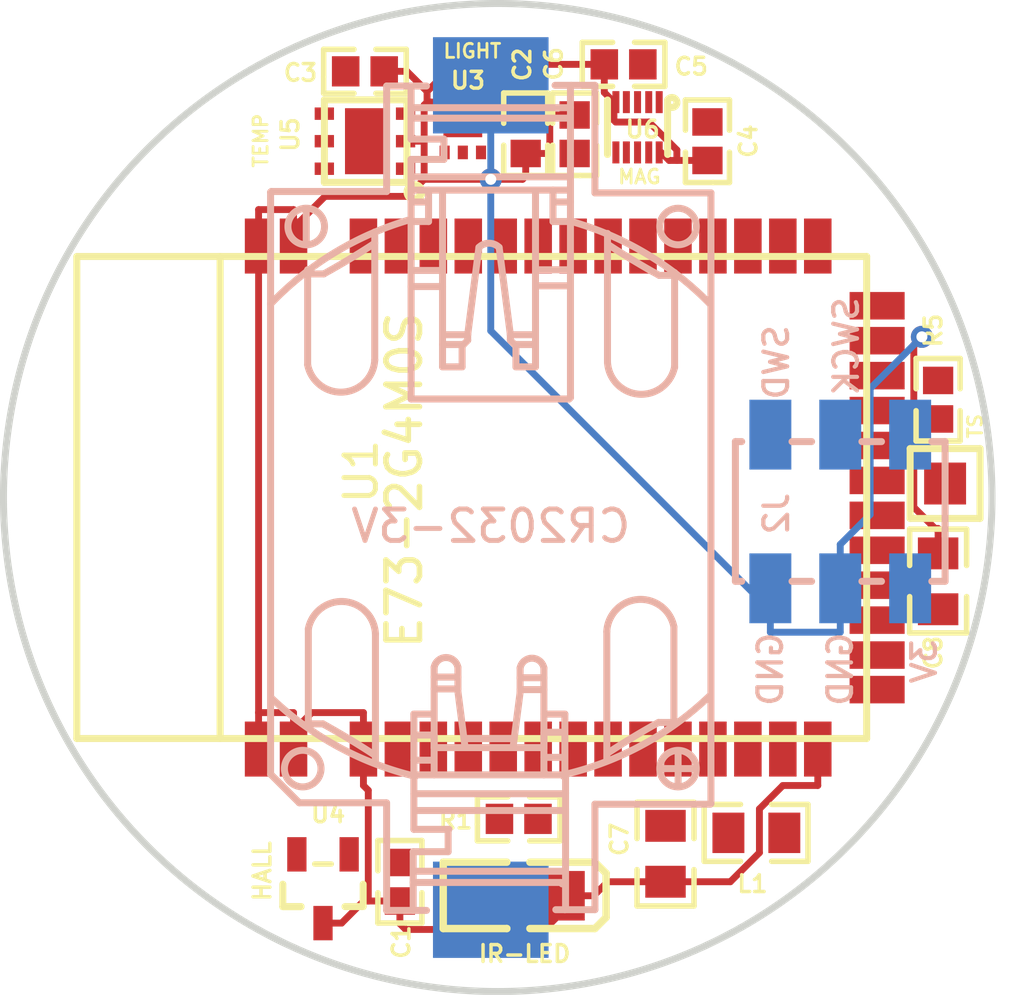
<source format=kicad_pcb>
(kicad_pcb (version 20171130) (host pcbnew "(5.1.12)-1")

  (general
    (thickness 1.6)
    (drawings 11)
    (tracks 87)
    (zones 0)
    (modules 20)
    (nets 2)
  )

  (page A4)
  (layers
    (0 F.Cu signal)
    (31 B.Cu signal)
    (32 B.Adhes user hide)
    (33 F.Adhes user hide)
    (34 B.Paste user hide)
    (35 F.Paste user hide)
    (36 B.SilkS user hide)
    (37 F.SilkS user hide)
    (38 B.Mask user hide)
    (39 F.Mask user hide)
    (40 Dwgs.User user hide)
    (41 Cmts.User user hide)
    (42 Eco1.User user hide)
    (43 Eco2.User user hide)
    (44 Edge.Cuts user)
    (45 Margin user hide)
    (46 B.CrtYd user hide)
    (47 F.CrtYd user hide)
    (48 B.Fab user hide)
    (49 F.Fab user hide)
  )

  (setup
    (last_trace_width 0.25)
    (trace_clearance 0.2)
    (zone_clearance 0.254)
    (zone_45_only no)
    (trace_min 0.2)
    (via_size 0.8)
    (via_drill 0.4)
    (via_min_size 0.4)
    (via_min_drill 0.3)
    (uvia_size 0.3)
    (uvia_drill 0.1)
    (uvias_allowed no)
    (uvia_min_size 0.2)
    (uvia_min_drill 0.1)
    (edge_width 0.05)
    (segment_width 0.2)
    (pcb_text_width 0.3)
    (pcb_text_size 1.5 1.5)
    (mod_edge_width 0.12)
    (mod_text_size 1 1)
    (mod_text_width 0.15)
    (pad_size 1 1.1)
    (pad_drill 0)
    (pad_to_mask_clearance 0.051)
    (solder_mask_min_width 0.25)
    (aux_axis_origin 0 0)
    (visible_elements 7FFFFFFF)
    (pcbplotparams
      (layerselection 0x010fc_ffffffff)
      (usegerberextensions false)
      (usegerberattributes false)
      (usegerberadvancedattributes false)
      (creategerberjobfile false)
      (excludeedgelayer true)
      (linewidth 0.100000)
      (plotframeref false)
      (viasonmask false)
      (mode 1)
      (useauxorigin false)
      (hpglpennumber 1)
      (hpglpenspeed 20)
      (hpglpendiameter 15.000000)
      (psnegative false)
      (psa4output false)
      (plotreference true)
      (plotvalue true)
      (plotinvisibletext false)
      (padsonsilk false)
      (subtractmaskfromsilk false)
      (outputformat 1)
      (mirror false)
      (drillshape 1)
      (scaleselection 1)
      (outputdirectory ""))
  )

  (net 0 "")
  (net 1 GND)

  (net_class Default "This is the default net class."
    (clearance 0.2)
    (trace_width 0.25)
    (via_dia 0.8)
    (via_drill 0.4)
    (uvia_dia 0.3)
    (uvia_drill 0.1)
    (add_net GND)
  )

  (module easyeda:BATTERY-3 (layer F.Cu) (tedit 5E46A7C2) (tstamp 0)
    (at 139.192 36.577)
    (attr smd)
    (fp_text reference CR2032-3V (at 5.1816 1.0404) (layer B.SilkS)
      (effects (font (size 1.143 1.143) (thickness 0.178)) (justify left mirror))
    )
    (fp_text value CR2032-BS-6-1 (at 0 -19.812) (layer B.Fab) hide
      (effects (font (size 1.143 1.143) (thickness 0.127)) (justify left mirror))
    )
    (fp_line (start -0.99 -5.563) (end -1.752 -5.563) (layer B.SilkS) (width 0.254))
    (fp_line (start -0.838 -5.919) (end -1.727 -5.919) (layer B.SilkS) (width 0.254))
    (fp_line (start -1.752 -4.75) (end -1.752 -11.151) (layer B.SilkS) (width 0.254))
    (fp_line (start -1.244 -4.75) (end -1.752 -4.75) (layer B.SilkS) (width 0.254))
    (fp_line (start -1.041 -4.75) (end -1.244 -4.75) (layer B.SilkS) (width 0.254))
    (fp_line (start -1.041 -5.512) (end -1.041 -4.75) (layer B.SilkS) (width 0.254))
    (fp_line (start -0.838 -5.716) (end -1.041 -5.512) (layer B.SilkS) (width 0.254))
    (fp_line (start -0.838 -5.919) (end -0.838 -5.716) (layer B.SilkS) (width 0.254))
    (fp_line (start -0.431 -9.094) (end -0.838 -5.919) (layer B.SilkS) (width 0.254))
    (fp_line (start 1.626 -5.563) (end 0.864 -5.563) (layer B.SilkS) (width 0.254))
    (fp_line (start 1.601 -5.919) (end 0.712 -5.919) (layer B.SilkS) (width 0.254))
    (fp_line (start 1.626 -4.75) (end 1.626 -11.151) (layer B.SilkS) (width 0.254))
    (fp_line (start 1.118 -4.75) (end 1.626 -4.75) (layer B.SilkS) (width 0.254))
    (fp_line (start 0.915 -4.75) (end 1.118 -4.75) (layer B.SilkS) (width 0.254))
    (fp_line (start 0.915 -5.512) (end 0.915 -4.75) (layer B.SilkS) (width 0.254))
    (fp_line (start 0.712 -5.716) (end 0.915 -5.512) (layer B.SilkS) (width 0.254))
    (fp_line (start 0.712 -5.919) (end 0.712 -5.716) (layer B.SilkS) (width 0.254))
    (fp_line (start 0.305 -9.094) (end 0.712 -5.919) (layer B.SilkS) (width 0.254))
    (fp_line (start -2.311 -10.745) (end -2.895 -10.745) (layer B.SilkS) (width 0.254))
    (fp_line (start -2.26 -10.034) (end -2.26 -11.177) (layer B.SilkS) (width 0.254))
    (fp_line (start -2.799 -10.034) (end -2.26 -10.034) (layer B.SilkS) (width 0.254))
    (fp_line (start 2.794 -11.659) (end -2.819 -11.659) (layer B.SilkS) (width 0.254))
    (fp_line (start 2.896 -14.174) (end -2.895 -14.174) (layer B.SilkS) (width 0.254))
    (fp_line (start 2.871 -13.793) (end -2.895 -13.793) (layer B.SilkS) (width 0.254))
    (fp_line (start -2.895 -14.936) (end -2.921 -14.961) (layer B.SilkS) (width 0.254))
    (fp_line (start -2.895 -13.031) (end -2.895 -14.936) (layer B.SilkS) (width 0.254))
    (fp_line (start -1.701 -13.031) (end -2.895 -13.031) (layer B.SilkS) (width 0.254))
    (fp_line (start -1.701 -12.294) (end -1.701 -13.031) (layer B.SilkS) (width 0.254))
    (fp_line (start -2.895 -12.294) (end -1.701 -12.294) (layer B.SilkS) (width 0.254))
    (fp_line (start -2.895 -11.913) (end -2.895 -12.294) (layer B.SilkS) (width 0.254))
    (fp_line (start -2.895 -3.582) (end -2.895 -11.913) (layer B.SilkS) (width 0.254))
    (fp_line (start 2.845 -3.582) (end -2.895 -3.582) (layer B.SilkS) (width 0.254))
    (fp_line (start 2.896 -3.633) (end 2.845 -3.582) (layer B.SilkS) (width 0.254))
    (fp_line (start 2.896 -11.939) (end 2.896 -3.633) (layer B.SilkS) (width 0.254))
    (fp_line (start 2.896 -12.32) (end 2.896 -11.939) (layer B.SilkS) (width 0.254))
    (fp_line (start 2.896 -12.955) (end 2.896 -12.32) (layer B.SilkS) (width 0.254))
    (fp_line (start 2.896 -14.961) (end 2.896 -12.955) (layer B.SilkS) (width 0.254))
    (fp_line (start 2.921 -14.987) (end 2.896 -14.961) (layer B.SilkS) (width 0.254))
    (fp_line (start 2.845 -11.177) (end -2.895 -11.177) (layer B.SilkS) (width 0.254))
    (fp_line (start 6.655 8.153) (end 6.655 4.698) (layer B.SilkS) (width 0.254))
    (fp_line (start 4.217 9.575) (end 4.217 4.876) (layer B.SilkS) (width 0.254))
    (fp_line (start -6.629 8.229) (end -6.629 4.775) (layer B.SilkS) (width 0.254))
    (fp_line (start -4.191 9.651) (end -4.191 4.952) (layer B.SilkS) (width 0.254))
    (fp_line (start 6.681 -4.725) (end 6.681 -8.179) (layer B.SilkS) (width 0.254))
    (fp_line (start 4.242 -4.903) (end 4.242 -9.602) (layer B.SilkS) (width 0.254))
    (fp_line (start -4.216 -5.004) (end -4.216 -9.653) (layer B.SilkS) (width 0.254))
    (fp_line (start -6.705 -9.195) (end -6.705 -10.491) (layer B.SilkS) (width 0.254))
    (fp_line (start 7.443 9.855) (end 6.173 9.855) (layer B.SilkS) (width 0.254))
    (fp_line (start 6.808 10.515) (end 6.808 9.27) (layer B.SilkS) (width 0.254))
    (fp_line (start 8.001 -11.075) (end 3.81 -11.075) (layer B.SilkS) (width 0.254))
    (fp_line (start 8.001 11.125) (end 8.001 -11.075) (layer B.SilkS) (width 0.254))
    (fp_line (start 7.976 11.15) (end 8.001 11.125) (layer B.SilkS) (width 0.254))
    (fp_line (start 3.785 11.15) (end 7.976 11.15) (layer B.SilkS) (width 0.254))
    (fp_line (start 3.785 14.985) (end 3.785 11.15) (layer B.SilkS) (width 0.254))
    (fp_line (start 2.363 14.985) (end 3.785 14.985) (layer B.SilkS) (width 0.254))
    (fp_line (start 3.785 -14.987) (end 2.337 -14.987) (layer B.SilkS) (width 0.254))
    (fp_line (start 3.785 -11.075) (end 3.785 -14.987) (layer B.SilkS) (width 0.254))
    (fp_line (start -3.784 15.011) (end -3.784 11.099) (layer B.SilkS) (width 0.254))
    (fp_line (start -2.336 15.011) (end -3.784 15.011) (layer B.SilkS) (width 0.254))
    (fp_line (start -3.784 -14.961) (end -2.336 -14.961) (layer B.SilkS) (width 0.254))
    (fp_line (start -3.784 -11.126) (end -3.784 -14.961) (layer B.SilkS) (width 0.254))
    (fp_line (start -7.975 -11.126) (end -3.784 -11.126) (layer B.SilkS) (width 0.254))
    (fp_line (start -8.001 -11.1) (end -7.975 -11.126) (layer B.SilkS) (width 0.254))
    (fp_line (start -8.001 10.058) (end -8.001 -11.1) (layer B.SilkS) (width 0.254))
    (fp_line (start -6.959 11.099) (end -8.001 10.058) (layer B.SilkS) (width 0.254))
    (fp_line (start -3.81 11.099) (end -6.959 11.099) (layer B.SilkS) (width 0.254))
    (fp_line (start -1.752 -8.256) (end -2.895 -8.256) (layer B.SilkS) (width 0.254))
    (fp_line (start -1.752 -7.671) (end -2.895 -7.671) (layer B.SilkS) (width 0.254))
    (fp_line (start 2.82 -7.697) (end 1.677 -7.697) (layer B.SilkS) (width 0.254))
    (fp_line (start 2.82 -8.281) (end 1.677 -8.281) (layer B.SilkS) (width 0.254))
    (fp_line (start 2.261 -10.034) (end 2.261 -11.177) (layer B.SilkS) (width 0.254))
    (fp_line (start 2.8 -10.034) (end 2.261 -10.034) (layer B.SilkS) (width 0.254))
    (fp_line (start 2.896 -10.745) (end 2.312 -10.745) (layer B.SilkS) (width 0.254))
    (fp_line (start -1.549 12.877) (end -1.549 12.09) (layer B.SilkS) (width 0.254))
    (fp_line (start -2.819 12.877) (end -1.549 12.877) (layer B.SilkS) (width 0.254))
    (fp_line (start -2.819 15.011) (end -2.819 12.877) (layer B.SilkS) (width 0.254))
    (fp_line (start 2.718 14.96) (end 2.718 10.083) (layer B.SilkS) (width 0.254))
    (fp_line (start 2.693 10.769) (end -2.794 10.769) (layer B.SilkS) (width 0.254))
    (fp_line (start 2.667 11.379) (end -2.743 11.379) (layer B.SilkS) (width 0.254))
    (fp_line (start 2.718 13.588) (end -2.794 13.588) (layer B.SilkS) (width 0.254))
    (fp_line (start 2.54 13.995) (end -2.819 13.995) (layer B.SilkS) (width 0.254))
    (fp_line (start -2.794 10.083) (end -2.794 8.635) (layer B.SilkS) (width 0.254))
    (fp_line (start -2.082 9.55) (end -2.794 9.55) (layer B.SilkS) (width 0.254))
    (fp_line (start 2.642 9.448) (end 1.931 9.448) (layer B.SilkS) (width 0.254))
    (fp_line (start 1.931 8.534) (end 2.667 8.534) (layer B.SilkS) (width 0.254))
    (fp_line (start 1.931 9.982) (end 1.931 8.534) (layer B.SilkS) (width 0.254))
    (fp_line (start -2.057 9.093) (end -2.057 6.172) (layer B.SilkS) (width 0.254))
    (fp_line (start 1.855 9.093) (end -2.057 9.093) (layer B.SilkS) (width 0.254))
    (fp_line (start -1.193 6.527) (end -1.193 6.172) (layer B.SilkS) (width 0.254))
    (fp_line (start -1.193 6.527) (end -2.057 6.527) (layer B.SilkS) (width 0.254))
    (fp_line (start -1.193 6.959) (end -1.193 6.527) (layer B.SilkS) (width 0.254))
    (fp_line (start -2.057 6.959) (end -1.193 6.959) (layer B.SilkS) (width 0.254))
    (fp_line (start -0.939 9.039) (end -1.211 6.916) (layer B.SilkS) (width 0.254))
    (fp_line (start 1.931 9.118) (end 1.931 6.197) (layer B.SilkS) (width 0.254))
    (fp_line (start 1.067 6.553) (end 1.067 6.197) (layer B.SilkS) (width 0.254))
    (fp_line (start 1.931 6.984) (end 1.067 6.984) (layer B.SilkS) (width 0.254))
    (fp_line (start 1.067 7.081) (end 0.813 9.065) (layer B.SilkS) (width 0.254))
    (fp_line (start 1.067 6.553) (end 1.067 7.081) (layer B.SilkS) (width 0.254))
    (fp_line (start 1.931 6.553) (end 1.067 6.553) (layer B.SilkS) (width 0.254))
    (fp_line (start 0.854 8.762) (end -0.939 8.762) (layer B.SilkS) (width 0.254))
    (fp_line (start -2.057 8.635) (end -2.057 10.083) (layer B.SilkS) (width 0.254))
    (fp_line (start -2.794 8.635) (end -2.057 8.635) (layer B.SilkS) (width 0.254))
    (fp_line (start -2.794 7.873) (end -2.794 8.635) (layer B.SilkS) (width 0.254))
    (fp_line (start -2.108 7.873) (end -2.794 7.873) (layer B.SilkS) (width 0.254))
    (fp_line (start 2.693 7.873) (end 1.931 7.873) (layer B.SilkS) (width 0.254))
    (fp_line (start 2.693 10.083) (end 2.693 7.873) (layer B.SilkS) (width 0.254))
    (fp_line (start -2.794 10.083) (end 2.693 10.083) (layer B.SilkS) (width 0.254))
    (fp_line (start -2.794 12.064) (end -2.794 10.083) (layer B.SilkS) (width 0.254))
    (fp_line (start -1.524 12.064) (end -2.794 12.064) (layer B.SilkS) (width 0.254))
    (fp_line (start -6.654 -8.281) (end -6.654 -4.827) (layer B.SilkS) (width 0.254))
    (fp_line (start -6.654 -8.129) (end -6.654 -8.281) (layer B.SilkS) (width 0.254))
    (fp_line (start -6.07 -8.129) (end -6.654 -8.129) (layer B.SilkS) (width 0.254))
    (fp_line (start -6.096 8.229) (end -6.68 8.229) (layer B.SilkS) (width 0.254))
    (fp_line (start 6.706 -8.078) (end 6.122 -8.078) (layer B.SilkS) (width 0.254))
    (fp_line (start 6.681 8.178) (end 6.096 8.178) (layer B.SilkS) (width 0.254))
    (fp_text user gge60 (at 0 0) (layer Cmts.User)
      (effects (font (size 1 1) (thickness 0.15)))
    )
    (fp_arc (start 20.082 33.48) (end 4.242 9.296) (angle 4.292) (layer B.SilkS) (width 0.254))
    (fp_arc (start 20.107 -33.378) (end 6.121 -8.077) (angle 4.292) (layer B.SilkS) (width 0.254))
    (fp_arc (start -20.082 33.53) (end -6.096 8.23) (angle 4.292) (layer B.SilkS) (width 0.254))
    (fp_arc (start -20.056 -33.429) (end -4.216 -9.246) (angle 4.292) (layer B.SilkS) (width 0.254))
    (fp_arc (start 1.499 6.282) (end 1.067 6.198) (angle 157.904) (layer B.SilkS) (width 0.254))
    (fp_arc (start -1.626 6.257) (end -2.057 6.172) (angle 157.904) (layer B.SilkS) (width 0.254))
    (fp_arc (start 1.981 10.084) (end 1.93 10.084) (angle 90) (layer B.SilkS) (width 0.254))
    (fp_arc (start 2.54 14.046) (end 2.54 13.995) (angle 90) (layer B.SilkS) (width 0.254))
    (fp_arc (start 2.667 11.328) (end 2.718 11.328) (angle 90) (layer B.SilkS) (width 0.254))
    (fp_arc (start 2.692 10.744) (end 2.718 10.744) (angle 90) (layer B.SilkS) (width 0.254))
    (fp_arc (start 2.693 14.959) (end 2.72 14.958) (angle 93.9) (layer B.SilkS) (width 0.254))
    (fp_arc (start 2.646 10.06) (end 2.72 10.061) (angle 90.604) (layer B.SilkS) (width 0.254))
    (fp_arc (start 0.087 -1.002) (end 7.95 7.214) (angle 30.356) (layer B.SilkS) (width 0.254))
    (fp_arc (start -2.743 10.185) (end -2.794 10.185) (angle 90) (layer B.SilkS) (width 0.254))
    (fp_arc (start -1.524 12.09) (end -1.549 12.09) (angle 90) (layer B.SilkS) (width 0.254))
    (fp_arc (start -6.706 -9.854) (end -7.371 -9.86) (angle 358.905) (layer B.SilkS) (width 0.254))
    (fp_arc (start 6.806 -9.854) (end 6.142 -9.86) (angle 358.905) (layer B.SilkS) (width 0.254))
    (fp_arc (start 6.806 9.856) (end 6.142 9.85) (angle 358.905) (layer B.SilkS) (width 0.254))
    (fp_arc (start -6.833 9.856) (end -7.498 9.85) (angle 358.905) (layer B.SilkS) (width 0.254))
    (fp_arc (start 0.217 0.824) (end -8.001 -7.036) (angle 30.456) (layer B.SilkS) (width 0.254))
    (fp_arc (start -0.11 -0.928) (end -2.743 10.135) (angle 30.356) (layer B.SilkS) (width 0.254))
    (fp_arc (start -5.446 -5.062) (end -4.216 -5.004) (angle 166.285) (layer B.SilkS) (width 0.254))
    (fp_arc (start 5.472 -4.985) (end 6.68 -4.75) (angle 166.285) (layer B.SilkS) (width 0.254))
    (fp_arc (start -5.421 5.011) (end -6.629 4.775) (angle 166.285) (layer B.SilkS) (width 0.254))
    (fp_arc (start 5.446 4.935) (end 4.216 4.877) (angle 166.285) (layer B.SilkS) (width 0.254))
    (fp_arc (start -0.175 0.902) (end 2.946 -10.033) (angle 29.727) (layer B.SilkS) (width 0.254))
    (fp_arc (start -0.064 -8.725) (end -0.432 -9.093) (angle 90) (layer B.SilkS) (width 0.254))
    (pad 2 smd rect (at 0 -14.987 270) (size 3.5 4.2) (layers B.Cu B.Paste B.Mask)
      (net 1 GND))
    (pad 1 smd rect (at 0 14.988 270) (size 3.5 4.2) (layers B.Cu B.Paste B.Mask))
  )

  (module easyeda:H2X3-SMD-2.54 (layer F.Cu) (tedit 5E46A801) (tstamp 0)
    (at 151.892 37.084 270)
    (attr smd)
    (fp_text reference J2 (at -0.762 2.323 90) (layer B.SilkS)
      (effects (font (size 0.864 0.864) (thickness 0.152)) (justify left mirror))
    )
    (fp_text value SWD (at 0 -7.112 270) (layer B.Fab) hide
      (effects (font (size 1.143 1.143) (thickness 0.127)) (justify left mirror))
    )
    (fp_line (start -2.54 3.81) (end -2.54 -3.81) (layer Cmts.User) (width 0.254))
    (fp_line (start 2.54 -3.81) (end 2.54 3.81) (layer Cmts.User) (width 0.254))
    (fp_line (start -2.54 -1.499) (end -2.54 -0.787) (layer B.SilkS) (width 0.254))
    (fp_line (start -2.54 1.041) (end -2.54 1.753) (layer B.SilkS) (width 0.254))
    (fp_line (start 2.54 1.041) (end 2.54 1.753) (layer B.SilkS) (width 0.254))
    (fp_line (start 2.54 -1.499) (end 2.54 -0.787) (layer B.SilkS) (width 0.254))
    (fp_line (start 2.54 3.81) (end 2.54 3.581) (layer B.SilkS) (width 0.254))
    (fp_line (start -2.54 3.81) (end 2.54 3.81) (layer B.SilkS) (width 0.254))
    (fp_line (start -2.54 3.581) (end -2.54 3.81) (layer B.SilkS) (width 0.254))
    (fp_line (start -2.54 -3.81) (end -2.54 -3.327) (layer B.SilkS) (width 0.254))
    (fp_line (start 2.54 -3.81) (end -2.54 -3.81) (layer B.SilkS) (width 0.254))
    (fp_line (start 2.54 -3.327) (end 2.54 -3.81) (layer B.SilkS) (width 0.254))
    (fp_text user gge151 (at 0 0) (layer Cmts.User)
      (effects (font (size 1 1) (thickness 0.15)))
    )
    (pad 1 smd rect (at 2.794 -2.54 270) (size 2.54 1.524) (layers B.Cu B.Paste B.Mask))
    (pad 2 smd rect (at 2.794 0 270) (size 2.54 1.524) (layers B.Cu B.Paste B.Mask)
      (net 1 GND))
    (pad 3 smd rect (at 2.794 2.54 270) (size 2.54 1.524) (layers B.Cu B.Paste B.Mask)
      (net 1 GND))
    (pad 4 smd rect (at -2.794 2.54 90) (size 2.54 1.524) (layers B.Cu B.Paste B.Mask))
    (pad 5 smd rect (at -2.794 0 90) (size 2.54 1.524) (layers B.Cu B.Paste B.Mask))
    (pad 6 smd rect (at -2.794 -2.54 90) (size 2.54 1.524) (layers B.Cu B.Paste B.Mask))
  )

  (module easyeda:E73-2G4M04S (layer F.Cu) (tedit 5E46A732) (tstamp 0)
    (at 129.358 45.34 90)
    (attr smd)
    (fp_text reference U1 (at 8.449 5.122 90) (layer F.SilkS)
      (effects (font (size 1.143 1.143) (thickness 0.178)) (justify left))
    )
    (fp_text value E73-2G4M0S (at 3.167 6.69 90) (layer F.SilkS)
      (effects (font (size 1.219 1.219) (thickness 0.203)) (justify left))
    )
    (fp_line (start 17.527 23.494) (end 17.527 -5.208) (layer F.SilkS) (width 0.254))
    (fp_line (start 0.001 23.494) (end 17.527 23.494) (layer F.SilkS) (width 0.254))
    (fp_line (start 0.001 -5.208) (end 0.001 23.494) (layer F.SilkS) (width 0.254))
    (fp_line (start 0.001 -5.208) (end 17.501 -5.208) (layer F.SilkS) (width 0.254))
    (fp_line (start 0.001 -0.001) (end 17.527 -0.001) (layer F.SilkS) (width 0.254))
    (fp_text user gge168 (at 0 0) (layer Cmts.User)
      (effects (font (size 1 1) (thickness 0.15)))
    )
    (pad 14 smd rect (at -0.382 20.447 90) (size 2 1) (layers F.Cu F.Paste F.Mask))
    (pad 13 smd rect (at -0.382 19.177 90) (size 2 1) (layers F.Cu F.Paste F.Mask))
    (pad 12 smd rect (at -0.382 17.907 90) (size 2 1) (layers F.Cu F.Paste F.Mask))
    (pad 11 smd rect (at -0.382 16.637 90) (size 2 1) (layers F.Cu F.Paste F.Mask))
    (pad 10 smd rect (at -0.382 15.367 90) (size 2 1) (layers F.Cu F.Paste F.Mask))
    (pad 9 smd rect (at -0.382 14.097 90) (size 2 1) (layers F.Cu F.Paste F.Mask))
    (pad 8 smd rect (at -0.382 12.827 90) (size 2 1) (layers F.Cu F.Paste F.Mask))
    (pad 7 smd rect (at -0.382 11.557 90) (size 2 1) (layers F.Cu F.Paste F.Mask))
    (pad 6 smd rect (at -0.382 10.287 90) (size 2 1) (layers F.Cu F.Paste F.Mask))
    (pad 5 smd rect (at -0.382 9.017 90) (size 2 1) (layers F.Cu F.Paste F.Mask))
    (pad 4 smd rect (at -0.382 7.747 90) (size 2 1) (layers F.Cu F.Paste F.Mask))
    (pad 3 smd rect (at -0.382 6.477 90) (size 2 1) (layers F.Cu F.Paste F.Mask))
    (pad 2 smd rect (at -0.382 5.207 90) (size 2 1) (layers F.Cu F.Paste F.Mask)
      (net 1 GND))
    (pad 15 smd rect (at -0.382 21.717 90) (size 2 1) (layers F.Cu F.Paste F.Mask)
      (net 1 GND))
    (pad 1 smd rect (at -0.382 2.667 90) (size 2 1) (layers F.Cu F.Paste F.Mask)
      (net 1 GND))
    (pad 0 smd rect (at -0.382 1.397 90) (size 2 1) (layers F.Cu F.Paste F.Mask)
      (net 1 GND))
    (pad 29 smd rect (at 17.906 20.447 90) (size 2 1) (layers F.Cu F.Paste F.Mask))
    (pad 30 smd rect (at 17.906 19.177 90) (size 2 1) (layers F.Cu F.Paste F.Mask))
    (pad 31 smd rect (at 17.906 17.907 90) (size 2 1) (layers F.Cu F.Paste F.Mask))
    (pad 32 smd rect (at 17.906 16.637 90) (size 2 1) (layers F.Cu F.Paste F.Mask))
    (pad 33 smd rect (at 17.906 15.367 90) (size 2 1) (layers F.Cu F.Paste F.Mask))
    (pad 34 smd rect (at 17.906 14.097 90) (size 2 1) (layers F.Cu F.Paste F.Mask))
    (pad 35 smd rect (at 17.906 12.827 90) (size 2 1) (layers F.Cu F.Paste F.Mask))
    (pad 36 smd rect (at 17.906 11.557 90) (size 2 1) (layers F.Cu F.Paste F.Mask))
    (pad 37 smd rect (at 17.906 10.287 90) (size 2 1) (layers F.Cu F.Paste F.Mask))
    (pad 38 smd rect (at 17.906 9.017 90) (size 2 1) (layers F.Cu F.Paste F.Mask))
    (pad 39 smd rect (at 17.906 7.747 90) (size 2 1) (layers F.Cu F.Paste F.Mask))
    (pad 40 smd rect (at 17.906 6.477 90) (size 2 1) (layers F.Cu F.Paste F.Mask))
    (pad 41 smd rect (at 17.906 5.207 90) (size 2 1) (layers F.Cu F.Paste F.Mask))
    (pad 28 smd rect (at 17.906 21.717 90) (size 2 1) (layers F.Cu F.Paste F.Mask))
    (pad 42 smd rect (at 17.906 2.667 90) (size 2 1) (layers F.Cu F.Paste F.Mask)
      (net 1 GND))
    (pad 43 smd rect (at 17.906 1.397 90) (size 2 1) (layers F.Cu F.Paste F.Mask)
      (net 1 GND))
    (pad 16 smd rect (at 1.779 23.874 180) (size 2 1) (layers F.Cu F.Paste F.Mask))
    (pad 17 smd rect (at 3.035 23.874 180) (size 2 1) (layers F.Cu F.Paste F.Mask))
    (pad 18 smd rect (at 4.305 23.874 180) (size 2 1) (layers F.Cu F.Paste F.Mask))
    (pad 19 smd rect (at 5.575 23.874 180) (size 2 1) (layers F.Cu F.Paste F.Mask))
    (pad 20 smd rect (at 6.845 23.874 180) (size 2 1) (layers F.Cu F.Paste F.Mask))
    (pad 21 smd rect (at 8.115 23.874 180) (size 2 1) (layers F.Cu F.Paste F.Mask))
    (pad 22 smd rect (at 9.385 23.874 180) (size 2 1) (layers F.Cu F.Paste F.Mask))
    (pad 23 smd rect (at 10.655 23.874 180) (size 2 1) (layers F.Cu F.Paste F.Mask))
    (pad 24 smd rect (at 11.925 23.874 180) (size 2 1) (layers F.Cu F.Paste F.Mask))
    (pad 25 smd rect (at 13.195 23.874 180) (size 2 1) (layers F.Cu F.Paste F.Mask))
    (pad 26 smd rect (at 14.465 23.874 180) (size 2 1) (layers F.Cu F.Paste F.Mask))
    (pad 27 smd rect (at 15.735 23.874 180) (size 2 1) (layers F.Cu F.Paste F.Mask))
  )

  (module easyeda:MAXM-D622N+4_V (layer F.Cu) (tedit 5E46AC54) (tstamp 0)
    (at 138.176 23.114 270)
    (attr smd)
    (fp_text reference U3 (at -1.699 0.508) (layer F.SilkS)
      (effects (font (size 0.61 0.61) (thickness 0.127)) (justify left))
    )
    (fp_text value MAX44009EDT+ (at -0.254 -4.572 270) (layer F.Fab) hide
      (effects (font (size 1.143 1.143) (thickness 0.127)) (justify left))
    )
    (fp_text user gge220 (at 0 0) (layer Cmts.User)
      (effects (font (size 1 1) (thickness 0.15)))
    )
    (pad 1 smd rect (at -0.913 -0.662) (size 0.368 0.495) (layers F.Cu F.Paste F.Mask))
    (pad 2 smd rect (at -0.913 -0.001) (size 0.368 0.495) (layers F.Cu F.Paste F.Mask)
      (net 1 GND))
    (pad 3 smd rect (at -0.913 0.659) (size 0.368 0.495) (layers F.Cu F.Paste F.Mask)
      (net 1 GND))
    (pad 6 smd rect (at 0.916 -0.662) (size 0.368 0.495) (layers F.Cu F.Paste F.Mask))
    (pad 5 smd rect (at 0.916 -0.001) (size 0.368 0.495) (layers F.Cu F.Paste F.Mask))
    (pad 4 smd rect (at 0.916 0.659) (size 0.368 0.495) (layers F.Cu F.Paste F.Mask))
    (pad 7 smd rect (at 0.001 -0.001) (size 1.41 0.724) (layers F.Cu F.Paste F.Mask))
  )

  (module "easyeda:SOT-23(SOT-23-3)" (layer F.Cu) (tedit 5E46A642) (tstamp 0)
    (at 133.096 50.8 180)
    (attr smd)
    (fp_text reference U4 (at 0.508 2.715) (layer F.SilkS)
      (effects (font (size 0.61 0.61) (thickness 0.127)) (justify left))
    )
    (fp_text value DRV5032AJDBZR (at 0 -5.08 180) (layer F.Fab) hide
      (effects (font (size 1.143 1.143) (thickness 0.127)) (justify left))
    )
    (fp_line (start -0.3 0.899) (end 0.3 0.899) (layer F.SilkS) (width 0.2))
    (fp_line (start -1.46 -0.65) (end -0.8 -0.65) (layer F.SilkS) (width 0.254))
    (fp_line (start -1.46 0.165) (end -1.46 -0.65) (layer F.SilkS) (width 0.254))
    (fp_line (start 1.46 -0.65) (end 1.46 0.165) (layer F.SilkS) (width 0.254))
    (fp_line (start 0.8 -0.65) (end 1.46 -0.65) (layer F.SilkS) (width 0.254))
    (fp_line (start 1.46 -0.65) (end 0.8 -0.65) (layer F.SilkS) (width 0.254))
    (fp_line (start 0.8 -0.65) (end 1.46 -0.65) (layer F.SilkS) (width 0.254))
    (fp_text user gge231 (at 0 0) (layer Cmts.User)
      (effects (font (size 1 1) (thickness 0.15)))
    )
    (pad 3 smd rect (at 0 -1.25) (size 0.7 1.25) (layers F.Cu F.Paste F.Mask)
      (net 1 GND))
    (pad 2 smd rect (at 0.95 1.25) (size 0.7 1.25) (layers F.Cu F.Paste F.Mask))
    (pad 1 smd rect (at -0.95 1.25) (size 0.7 1.25) (layers F.Cu F.Paste F.Mask))
  )

  (module easyeda:DFN-6-EP (layer F.Cu) (tedit 5E46AC4E) (tstamp 0)
    (at 134.62 23.622 90)
    (attr smd)
    (fp_text reference U5 (at -0.45 -2.715 90) (layer F.SilkS)
      (effects (font (size 0.61 0.61) (thickness 0.127)) (justify left))
    )
    (fp_text value HTU21D (at -0.254 -5.309 90) (layer F.Fab) hide
      (effects (font (size 1.143 1.143) (thickness 0.127)) (justify left))
    )
    (fp_line (start 1.504 1.527) (end 1.504 -1.473) (layer F.SilkS) (width 0.254))
    (fp_line (start -1.496 1.527) (end 1.504 1.527) (layer F.SilkS) (width 0.254))
    (fp_line (start -1.496 1.527) (end -1.496 -1.473) (layer F.SilkS) (width 0.254))
    (fp_line (start -1.499 -1.473) (end 1.504 -1.473) (layer F.SilkS) (width 0.254))
    (fp_line (start -1.501 -1.473) (end -1.199 -1.473) (layer F.SilkS) (width 0.254))
    (fp_line (start -1.501 1.527) (end -1.199 1.527) (layer F.SilkS) (width 0.254))
    (fp_line (start 1.199 1.527) (end 1.501 1.527) (layer F.SilkS) (width 0.254))
    (fp_circle (center -1.85 1.8) (end -1.75 1.8) (layer F.SilkS) (width 0.3))
    (fp_text user gge240 (at 0 0) (layer Cmts.User)
      (effects (font (size 1 1) (thickness 0.15)))
    )
    (pad 1 smd rect (at -1.001 1.476 90) (size 0.45 0.701) (layers F.Cu F.Paste F.Mask))
    (pad 2 smd rect (at 0 1.476 90) (size 0.45 0.701) (layers F.Cu F.Paste F.Mask)
      (net 1 GND))
    (pad 3 smd rect (at 1.001 1.476 90) (size 0.45 0.701) (layers F.Cu F.Paste F.Mask))
    (pad 4 smd rect (at 1.001 -1.476 90) (size 0.45 0.701) (layers F.Cu F.Paste F.Mask))
    (pad 5 smd rect (at 0 -1.476 90) (size 0.45 0.701) (layers F.Cu F.Paste F.Mask))
    (pad 6 smd rect (at -1.001 -1.476 90) (size 0.45 0.701) (layers F.Cu F.Paste F.Mask))
    (pad 7 smd rect (at 0 0.025 90) (size 2.4 1.5) (layers F.Cu F.Paste F.Mask))
  )

  (module easyeda:LED-1206 (layer F.Cu) (tedit 5E46A766) (tstamp 0)
    (at 140.208 51.054 180)
    (attr smd)
    (fp_text reference IR-LED (at 1.525 -2.112) (layer F.SilkS)
      (effects (font (size 0.61 0.61) (thickness 0.127)) (justify left))
    )
    (fp_text value "IR LED" (at -0.229 -4.622 180) (layer F.Fab) hide
      (effects (font (size 1.143 1.143) (thickness 0.127)) (justify left))
    )
    (fp_line (start -2.769 1.219) (end -0.406 1.219) (layer F.SilkS) (width 0.27))
    (fp_line (start -3.175 0.813) (end -2.769 1.219) (layer F.SilkS) (width 0.27))
    (fp_line (start -3.175 -0.787) (end -3.175 0.813) (layer F.SilkS) (width 0.27))
    (fp_line (start -2.769 -1.194) (end -3.175 -0.787) (layer F.SilkS) (width 0.27))
    (fp_line (start -0.406 -1.194) (end -2.769 -1.194) (layer F.SilkS) (width 0.27))
    (fp_line (start 0.432 -1.194) (end 0.432 -1.194) (layer F.SilkS) (width 0.27))
    (fp_line (start 2.743 -1.194) (end 0.432 -1.194) (layer F.SilkS) (width 0.27))
    (fp_line (start 2.743 1.219) (end 2.743 -1.194) (layer F.SilkS) (width 0.27))
    (fp_line (start 0.432 1.219) (end 2.743 1.219) (layer F.SilkS) (width 0.27))
    (fp_text user gge258 (at 0 0) (layer Cmts.User)
      (effects (font (size 1 1) (thickness 0.15)))
    )
    (pad 1 smd rect (at 1.6 -0.001) (size 1.6 1.801) (layers F.Cu F.Paste F.Mask))
    (pad 2 smd rect (at -1.6 -0.001) (size 1.6 1.801) (layers F.Cu F.Paste F.Mask)
      (net 1 GND))
  )

  (module easyeda:0603 (layer F.Cu) (tedit 0) (tstamp 0)
    (at 140.208 48.26)
    (attr smd)
    (fp_text reference R1 (at -2.9718 0.0508) (layer F.SilkS)
      (effects (font (size 0.61 0.61) (thickness 0.127)) (justify left))
    )
    (fp_text value 100Ω (at -0.038 -4.318) (layer F.Fab) hide
      (effects (font (size 1.143 1.143) (thickness 0.127)) (justify left))
    )
    (fp_line (start -1.501 0.8) (end -0.399 0.8) (layer F.SilkS) (width 0.2))
    (fp_line (start -1.501 0.201) (end -1.501 0.8) (layer F.SilkS) (width 0.2))
    (fp_line (start -1.501 -0.8) (end -1.501 0.201) (layer F.SilkS) (width 0.2))
    (fp_line (start -0.399 -0.8) (end -1.501 -0.8) (layer F.SilkS) (width 0.2))
    (fp_line (start 1.501 0.8) (end 0.399 0.8) (layer F.SilkS) (width 0.2))
    (fp_line (start 1.501 -0.8) (end 1.501 0.8) (layer F.SilkS) (width 0.2))
    (fp_line (start 0.399 -0.8) (end 1.501 -0.8) (layer F.SilkS) (width 0.2))
    (fp_text user gge266 (at 0 0) (layer Cmts.User)
      (effects (font (size 1 1) (thickness 0.15)))
    )
    (pad 1 smd rect (at -0.7 0) (size 1 1.1) (layers F.Cu F.Paste F.Mask))
    (pad 2 smd rect (at 0.7 0) (size 1 1.1) (layers F.Cu F.Paste F.Mask))
  )

  (module easyeda:0603 (layer F.Cu) (tedit 5E46AD5C) (tstamp 0)
    (at 135.89 50.546 90)
    (attr smd)
    (fp_text reference C1 (at -2.8702 0.0508 90) (layer F.SilkS)
      (effects (font (size 0.61 0.61) (thickness 0.127)) (justify left))
    )
    (fp_text value 100n (at -0.038 -4.318 90) (layer F.Fab) hide
      (effects (font (size 1.143 1.143) (thickness 0.127)) (justify left))
    )
    (fp_line (start -1.501 0.8) (end -0.401 0.8) (layer F.SilkS) (width 0.2))
    (fp_line (start -1.501 0.201) (end -1.501 0.8) (layer F.SilkS) (width 0.2))
    (fp_line (start -1.501 -0.8) (end -1.501 0.201) (layer F.SilkS) (width 0.2))
    (fp_line (start -0.401 -0.8) (end -1.501 -0.8) (layer F.SilkS) (width 0.2))
    (fp_line (start 1.499 0.8) (end 0.399 0.8) (layer F.SilkS) (width 0.2))
    (fp_line (start 1.499 -0.8) (end 1.499 0.8) (layer F.SilkS) (width 0.2))
    (fp_line (start 0.399 -0.8) (end 1.499 -0.8) (layer F.SilkS) (width 0.2))
    (fp_text user gge273 (at 0 0) (layer Cmts.User)
      (effects (font (size 1 1) (thickness 0.15)))
    )
    (pad 1 smd rect (at -0.7 0 90) (size 1 1.1) (layers F.Cu F.Paste F.Mask)
      (net 1 GND))
    (pad 2 smd rect (at 0.7 0 90) (size 1 1.1) (layers F.Cu F.Paste F.Mask))
  )

  (module easyeda:0603 (layer F.Cu) (tedit 5E46AA6A) (tstamp 0)
    (at 140.462 23.368 90)
    (attr smd)
    (fp_text reference C2 (at 1.8542 -0.127 90) (layer F.SilkS)
      (effects (font (size 0.61 0.61) (thickness 0.127)) (justify left))
    )
    (fp_text value 100n (at -0.038 -4.318 90) (layer F.Fab) hide
      (effects (font (size 1.143 1.143) (thickness 0.127)) (justify left))
    )
    (fp_line (start -1.501 0.8) (end -0.401 0.8) (layer F.SilkS) (width 0.2))
    (fp_line (start -1.501 0.201) (end -1.501 0.8) (layer F.SilkS) (width 0.2))
    (fp_line (start -1.501 -0.8) (end -1.501 0.201) (layer F.SilkS) (width 0.2))
    (fp_line (start -0.401 -0.8) (end -1.501 -0.8) (layer F.SilkS) (width 0.2))
    (fp_line (start 1.499 0.8) (end 0.399 0.8) (layer F.SilkS) (width 0.2))
    (fp_line (start 1.499 -0.8) (end 1.499 0.8) (layer F.SilkS) (width 0.2))
    (fp_line (start 0.399 -0.8) (end 1.499 -0.8) (layer F.SilkS) (width 0.2))
    (fp_text user gge280 (at 0 0) (layer Cmts.User)
      (effects (font (size 1 1) (thickness 0.15)))
    )
    (pad 1 smd rect (at -0.7 0 90) (size 1 1.1) (layers F.Cu F.Paste F.Mask)
      (net 1 GND))
    (pad 2 smd rect (at 0.7 0 90) (size 1 1.1) (layers F.Cu F.Paste F.Mask))
  )

  (module easyeda:0603 (layer F.Cu) (tedit 5E46AB49) (tstamp 0)
    (at 134.62 21.082)
    (attr smd)
    (fp_text reference C3 (at -3.0226 0.0508) (layer F.SilkS)
      (effects (font (size 0.61 0.61) (thickness 0.127)) (justify left))
    )
    (fp_text value 100n (at -0.038 -4.318) (layer F.Fab) hide
      (effects (font (size 1.143 1.143) (thickness 0.127)) (justify left))
    )
    (fp_line (start -1.501 0.8) (end -0.399 0.8) (layer F.SilkS) (width 0.2))
    (fp_line (start -1.501 0.201) (end -1.501 0.8) (layer F.SilkS) (width 0.2))
    (fp_line (start -1.501 -0.8) (end -1.501 0.201) (layer F.SilkS) (width 0.2))
    (fp_line (start -0.399 -0.8) (end -1.501 -0.8) (layer F.SilkS) (width 0.2))
    (fp_line (start 1.501 0.8) (end 0.399 0.8) (layer F.SilkS) (width 0.2))
    (fp_line (start 1.501 -0.8) (end 1.501 0.8) (layer F.SilkS) (width 0.2))
    (fp_line (start 0.399 -0.8) (end 1.501 -0.8) (layer F.SilkS) (width 0.2))
    (fp_text user gge287 (at 0 0) (layer Cmts.User)
      (effects (font (size 1 1) (thickness 0.15)))
    )
    (pad 1 smd rect (at -0.7 0) (size 1 1.1) (layers F.Cu F.Paste F.Mask))
    (pad 2 smd rect (at 0.7 0) (size 1 1.1) (layers F.Cu F.Paste F.Mask)
      (net 1 GND))
  )

  (module easyeda:0603 (layer F.Cu) (tedit 5E46AA33) (tstamp 0)
    (at 147.066 23.622 90)
    (attr smd)
    (fp_text reference C4 (at -0.676 1.486 90) (layer F.SilkS)
      (effects (font (size 0.61 0.61) (thickness 0.127)) (justify left))
    )
    (fp_text value 100n (at -0.038 -4.318 90) (layer F.Fab) hide
      (effects (font (size 1.143 1.143) (thickness 0.127)) (justify left))
    )
    (fp_line (start -1.501 0.8) (end -0.401 0.8) (layer F.SilkS) (width 0.2))
    (fp_line (start -1.501 0.201) (end -1.501 0.8) (layer F.SilkS) (width 0.2))
    (fp_line (start -1.501 -0.8) (end -1.501 0.201) (layer F.SilkS) (width 0.2))
    (fp_line (start -0.401 -0.8) (end -1.501 -0.8) (layer F.SilkS) (width 0.2))
    (fp_line (start 1.499 0.8) (end 0.399 0.8) (layer F.SilkS) (width 0.2))
    (fp_line (start 1.499 -0.8) (end 1.499 0.8) (layer F.SilkS) (width 0.2))
    (fp_line (start 0.399 -0.8) (end 1.499 -0.8) (layer F.SilkS) (width 0.2))
    (fp_text user gge294 (at 0 0) (layer Cmts.User)
      (effects (font (size 1 1) (thickness 0.15)))
    )
    (pad 1 smd rect (at -0.7 0 90) (size 1 1.1) (layers F.Cu F.Paste F.Mask)
      (net 1 GND))
    (pad 2 smd rect (at 0.7 0 90) (size 1 1.1) (layers F.Cu F.Paste F.Mask))
  )

  (module easyeda:0603 (layer F.Cu) (tedit 5E46AABE) (tstamp 0)
    (at 144.018 20.828)
    (attr smd)
    (fp_text reference C5 (at 1.778 0.079) (layer F.SilkS)
      (effects (font (size 0.61 0.61) (thickness 0.127)) (justify left))
    )
    (fp_text value 100n (at -0.038 -4.318) (layer F.Fab) hide
      (effects (font (size 1.143 1.143) (thickness 0.127)) (justify left))
    )
    (fp_line (start -1.501 0.8) (end -0.399 0.8) (layer F.SilkS) (width 0.2))
    (fp_line (start -1.501 0.201) (end -1.501 0.8) (layer F.SilkS) (width 0.2))
    (fp_line (start -1.501 -0.8) (end -1.501 0.201) (layer F.SilkS) (width 0.2))
    (fp_line (start -0.399 -0.8) (end -1.501 -0.8) (layer F.SilkS) (width 0.2))
    (fp_line (start 1.501 0.8) (end 0.399 0.8) (layer F.SilkS) (width 0.2))
    (fp_line (start 1.501 -0.8) (end 1.501 0.8) (layer F.SilkS) (width 0.2))
    (fp_line (start 0.399 -0.8) (end 1.501 -0.8) (layer F.SilkS) (width 0.2))
    (fp_text user gge301 (at 0 0) (layer Cmts.User)
      (effects (font (size 1 1) (thickness 0.15)))
    )
    (pad 1 smd rect (at -0.7 0) (size 1 1.1) (layers F.Cu F.Paste F.Mask)
      (net 1 GND))
    (pad 2 smd rect (at 0.7 0) (size 1 1.1) (layers F.Cu F.Paste F.Mask))
  )

  (module easyeda:0603 (layer F.Cu) (tedit 5E46AA6F) (tstamp 0)
    (at 142.24 23.368 90)
    (attr smd)
    (fp_text reference C6 (at 1.8796 -0.762 90) (layer F.SilkS)
      (effects (font (size 0.61 0.61) (thickness 0.127)) (justify left))
    )
    (fp_text value 100n (at -0.038 -4.318 90) (layer F.Fab) hide
      (effects (font (size 1.143 1.143) (thickness 0.127)) (justify left))
    )
    (fp_line (start -1.501 0.8) (end -0.401 0.8) (layer F.SilkS) (width 0.2))
    (fp_line (start -1.501 0.201) (end -1.501 0.8) (layer F.SilkS) (width 0.2))
    (fp_line (start -1.501 -0.8) (end -1.501 0.201) (layer F.SilkS) (width 0.2))
    (fp_line (start -0.401 -0.8) (end -1.501 -0.8) (layer F.SilkS) (width 0.2))
    (fp_line (start 1.499 0.8) (end 0.399 0.8) (layer F.SilkS) (width 0.2))
    (fp_line (start 1.499 -0.8) (end 1.499 0.8) (layer F.SilkS) (width 0.2))
    (fp_line (start 0.399 -0.8) (end 1.499 -0.8) (layer F.SilkS) (width 0.2))
    (fp_text user gge308 (at 0 0) (layer Cmts.User)
      (effects (font (size 1 1) (thickness 0.15)))
    )
    (pad 1 smd rect (at -0.7 0 90) (size 1 1.1) (layers F.Cu F.Paste F.Mask))
    (pad 2 smd rect (at 0.7 0 90) (size 1 1.1) (layers F.Cu F.Paste F.Mask)
      (net 1 GND))
  )

  (module easyeda:DFN-10 (layer F.Cu) (tedit 5E46A853) (tstamp 0)
    (at 144.526 23.114 270)
    (attr smd)
    (fp_text reference U6 (at 0.079 0.508) (layer F.SilkS)
      (effects (font (size 0.61 0.61) (thickness 0.127)) (justify left))
    )
    (fp_text value MAG3110FCR1 (at 0 -4.826 270) (layer F.Fab) hide
      (effects (font (size 1.143 1.143) (thickness 0.127)) (justify left))
    )
    (fp_line (start 0.991 -0.991) (end -0.991 -0.991) (layer Cmts.User) (width 0.254))
    (fp_line (start 0.991 0.991) (end 0.991 -0.991) (layer Cmts.User) (width 0.254))
    (fp_line (start -0.991 0.991) (end 0.991 0.991) (layer Cmts.User) (width 0.254))
    (fp_line (start -0.991 -0.991) (end -0.991 0.991) (layer Cmts.User) (width 0.254))
    (fp_line (start -0.991 1.092) (end 0.991 1.092) (layer F.SilkS) (width 0.254))
    (fp_line (start -0.991 -1.092) (end 0.991 -1.092) (layer F.SilkS) (width 0.254))
    (fp_text user gge315 (at 0 0) (layer Cmts.User)
      (effects (font (size 1 1) (thickness 0.15)))
    )
    (fp_arc (start -0.9 -1.25) (end -1 -1.1) (angle 270.003) (layer F.SilkS) (width 0.254))
    (pad 8 smd rect (at 0.916 0 270) (size 0.8 0.254) (layers F.Cu F.Paste F.Mask))
    (pad 3 smd rect (at -0.913 0 270) (size 0.8 0.254) (layers F.Cu F.Paste F.Mask))
    (pad 2 smd rect (at -0.913 -0.406 270) (size 0.8 0.254) (layers F.Cu F.Paste F.Mask))
    (pad 4 smd rect (at -0.913 0.406 270) (size 0.8 0.254) (layers F.Cu F.Paste F.Mask))
    (pad 5 smd rect (at -0.913 0.787 270) (size 0.8 0.254) (layers F.Cu F.Paste F.Mask)
      (net 1 GND))
    (pad 1 smd rect (at -0.913 -0.787 270) (size 0.8 0.254) (layers F.Cu F.Paste F.Mask))
    (pad 10 smd rect (at 0.916 -0.787 270) (size 0.8 0.254) (layers F.Cu F.Paste F.Mask)
      (net 1 GND))
    (pad 9 smd rect (at 0.916 -0.406 270) (size 0.8 0.254) (layers F.Cu F.Paste F.Mask))
    (pad 7 smd rect (at 0.916 0.406 270) (size 0.8 0.254) (layers F.Cu F.Paste F.Mask))
    (pad 6 smd rect (at 0.916 0.787 270) (size 0.8 0.254) (layers F.Cu F.Paste F.Mask))
  )

  (module easyeda:0805 (layer F.Cu) (tedit 0) (tstamp 0)
    (at 147.828 48.768)
    (attr smd)
    (fp_text reference L1 (at 0.254 1.857) (layer F.SilkS)
      (effects (font (size 0.61 0.61) (thickness 0.127)) (justify left))
    )
    (fp_text value 10uH (at 0.762 -4.572) (layer F.Fab) hide
      (effects (font (size 1.143 1.143) (thickness 0.127)) (justify left))
    )
    (fp_line (start -0.881 -1.034) (end 0.439 -1.034) (layer F.SilkS) (width 0.2))
    (fp_line (start -0.881 1.036) (end -0.881 -1.034) (layer F.SilkS) (width 0.2))
    (fp_line (start 0.439 1.036) (end -0.881 1.036) (layer F.SilkS) (width 0.2))
    (fp_line (start 2.891 -1.034) (end 1.572 -1.034) (layer F.SilkS) (width 0.2))
    (fp_line (start 2.891 1.036) (end 2.891 -1.034) (layer F.SilkS) (width 0.2))
    (fp_line (start 1.572 1.036) (end 2.891 1.036) (layer F.SilkS) (width 0.2))
    (fp_text user gge335 (at 0 0) (layer Cmts.User)
      (effects (font (size 1 1) (thickness 0.15)))
    )
    (pad 1 smd rect (at 0 0) (size 1.16 1.47) (layers F.Cu F.Paste F.Mask))
    (pad 2 smd rect (at 2.032 0) (size 1.16 1.47) (layers F.Cu F.Paste F.Mask))
  )

  (module easyeda:0805 (layer F.Cu) (tedit 5E46A786) (tstamp 0)
    (at 145.542 50.546 90)
    (attr smd)
    (fp_text reference C7 (at 0.8636 -1.6764 90) (layer F.SilkS)
      (effects (font (size 0.61 0.61) (thickness 0.127)) (justify left))
    )
    (fp_text value 1u (at 0.762 -4.572 90) (layer F.Fab) hide
      (effects (font (size 1.143 1.143) (thickness 0.127)) (justify left))
    )
    (fp_line (start -0.881 -1.034) (end 0.439 -1.034) (layer F.SilkS) (width 0.2))
    (fp_line (start -0.881 1.036) (end -0.881 -1.034) (layer F.SilkS) (width 0.2))
    (fp_line (start 0.439 1.036) (end -0.881 1.036) (layer F.SilkS) (width 0.2))
    (fp_line (start 2.891 -1.034) (end 1.57 -1.034) (layer F.SilkS) (width 0.2))
    (fp_line (start 2.891 1.036) (end 2.891 -1.034) (layer F.SilkS) (width 0.2))
    (fp_line (start 1.57 1.036) (end 2.891 1.036) (layer F.SilkS) (width 0.2))
    (fp_text user gge342 (at 0 0) (layer Cmts.User)
      (effects (font (size 1 1) (thickness 0.15)))
    )
    (pad 1 smd rect (at 0 0 90) (size 1.16 1.47) (layers F.Cu F.Paste F.Mask)
      (net 1 GND))
    (pad 2 smd rect (at 2.032 0 90) (size 1.16 1.47) (layers F.Cu F.Paste F.Mask))
  )

  (module easyeda:0805 (layer F.Cu) (tedit 5E46A79D) (tstamp 0)
    (at 155.448 38.608 270)
    (attr smd)
    (fp_text reference C8 (at 4.288 0.175 90) (layer F.SilkS)
      (effects (font (size 0.61 0.61) (thickness 0.127)) (justify left))
    )
    (fp_text value 10u (at 0.762 -4.572 270) (layer F.Fab) hide
      (effects (font (size 1.143 1.143) (thickness 0.127)) (justify left))
    )
    (fp_line (start -0.881 -1.036) (end 0.439 -1.036) (layer F.SilkS) (width 0.2))
    (fp_line (start -0.881 1.034) (end -0.881 -1.036) (layer F.SilkS) (width 0.2))
    (fp_line (start 0.439 1.034) (end -0.881 1.034) (layer F.SilkS) (width 0.2))
    (fp_line (start 2.891 -1.036) (end 1.572 -1.036) (layer F.SilkS) (width 0.2))
    (fp_line (start 2.891 1.034) (end 2.891 -1.036) (layer F.SilkS) (width 0.2))
    (fp_line (start 1.572 1.034) (end 2.891 1.034) (layer F.SilkS) (width 0.2))
    (fp_text user gge349 (at 0 0) (layer Cmts.User)
      (effects (font (size 1 1) (thickness 0.15)))
    )
    (pad 1 smd rect (at 0 0 270) (size 1.16 1.47) (layers F.Cu F.Paste F.Mask)
      (net 1 GND))
    (pad 2 smd rect (at 2.032 0 270) (size 1.16 1.47) (layers F.Cu F.Paste F.Mask))
  )

  (module easyeda:0603 (layer F.Cu) (tedit 0) (tstamp 0)
    (at 155.448 33.02 90)
    (attr smd)
    (fp_text reference R5 (at 1.836 -0.175 90) (layer F.SilkS)
      (effects (font (size 0.61 0.61) (thickness 0.127)) (justify left))
    )
    (fp_text value 1M (at -0.038 -4.318 90) (layer F.Fab) hide
      (effects (font (size 1.143 1.143) (thickness 0.127)) (justify left))
    )
    (fp_line (start -1.501 0.8) (end -0.401 0.8) (layer F.SilkS) (width 0.2))
    (fp_line (start -1.501 0.201) (end -1.501 0.8) (layer F.SilkS) (width 0.2))
    (fp_line (start -1.501 -0.8) (end -1.501 0.201) (layer F.SilkS) (width 0.2))
    (fp_line (start -0.401 -0.8) (end -1.501 -0.8) (layer F.SilkS) (width 0.2))
    (fp_line (start 1.499 0.8) (end 0.399 0.8) (layer F.SilkS) (width 0.2))
    (fp_line (start 1.499 -0.8) (end 1.499 0.8) (layer F.SilkS) (width 0.2))
    (fp_line (start 0.399 -0.8) (end 1.499 -0.8) (layer F.SilkS) (width 0.2))
    (fp_text user gge356 (at 0 0) (layer Cmts.User)
      (effects (font (size 1 1) (thickness 0.15)))
    )
    (pad 1 smd rect (at -0.7 0 90) (size 1 1.1) (layers F.Cu F.Paste F.Mask))
    (pad 2 smd rect (at 0.7 0 90) (size 1 1.1) (layers F.Cu F.Paste F.Mask))
  )

  (module easyeda:SMDPAD (layer F.Cu) (tedit 0) (tstamp 0)
    (at 155.702 36.068)
    (attr smd)
    (fp_text reference TS (at 1.095 -1.582 90) (layer F.SilkS)
      (effects (font (size 0.508 0.508) (thickness 0.102)) (justify left))
    )
    (fp_text value CAPS (at 1.27 -4.572) (layer F.Fab) hide
      (effects (font (size 1.143 1.143) (thickness 0.127)) (justify left))
    )
    (fp_line (start 1.27 1.27) (end 1.27 -1.27) (layer F.SilkS) (width 0.254))
    (fp_line (start -1.27 1.27) (end 1.27 1.27) (layer F.SilkS) (width 0.254))
    (fp_line (start -1.27 -1.27) (end -1.27 1.27) (layer F.SilkS) (width 0.254))
    (fp_line (start 1.27 -1.27) (end -1.27 -1.27) (layer F.SilkS) (width 0.254))
    (fp_text user gge363 (at 0 0) (layer Cmts.User)
      (effects (font (size 1 1) (thickness 0.15)))
    )
    (pad 1 smd rect (at 0 0) (size 1.524 1.524) (layers F.Cu F.Paste F.Mask))
  )

  (gr_line (start 152.02 49.401) (end 152.372628 49.045498) (layer Edge.Cuts) (width 0.254) (tstamp 5E46A5E3))
  (gr_text SWD (at 149.569 30.226 90) (layer B.SilkS)
    (effects (font (size 0.864 0.864) (thickness 0.152)) (justify left mirror))
  )
  (gr_text SWCK (at 152.109 29.21 90) (layer B.SilkS)
    (effects (font (size 0.864 0.864) (thickness 0.152)) (justify left mirror))
  )
  (gr_text GND (at 149.352 41.402 90) (layer B.SilkS)
    (effects (font (size 0.864 0.864) (thickness 0.152)) (justify left mirror))
  )
  (gr_text GND (at 151.892 41.402 90) (layer B.SilkS)
    (effects (font (size 0.864 0.864) (thickness 0.152)) (justify left mirror))
  )
  (gr_text 3V (at 154.94 41.656 90) (layer B.SilkS)
    (effects (font (size 0.864 0.864) (thickness 0.152)) (justify left mirror))
  )
  (gr_text HALL (at 130.889 51.321 90) (layer F.SilkS)
    (effects (font (size 0.61 0.61) (thickness 0.127)) (justify left))
  )
  (gr_text TEMP (at 130.833 24.633 90) (layer F.SilkS)
    (effects (font (size 0.508 0.508) (thickness 0.102)) (justify left))
  )
  (gr_text LIGHT (at 137.414 20.343) (layer F.SilkS)
    (effects (font (size 0.508 0.508) (thickness 0.102)) (justify left))
  )
  (gr_text MAG (at 143.764 24.915) (layer F.SilkS)
    (effects (font (size 0.508 0.508) (thickness 0.102)) (justify left))
  )
  (gr_arc (start 139.446 36.576) (end 152.02 49.401) (angle 358.4025929) (layer Edge.Cuts) (width 0.254))

  (segment (start 141.8025 22.668) (end 142.24 22.668) (width 0.25) (layer F.Cu) (net 1))
  (segment (start 141.8025 22.668) (end 141.3649 22.668) (width 0.25) (layer F.Cu) (net 1))
  (segment (start 140.462 24.068) (end 140.462 24.8931) (width 0.25) (layer F.Cu) (net 1))
  (segment (start 139.192 25.0087) (end 140.3464 25.0087) (width 0.25) (layer F.Cu) (net 1))
  (segment (start 140.3464 25.0087) (end 140.462 24.8931) (width 0.25) (layer F.Cu) (net 1))
  (segment (start 136.7716 25.0087) (end 139.192 25.0087) (width 0.25) (layer F.Cu) (net 1))
  (segment (start 155.448 38.608) (end 155.448 37.7029) (width 0.25) (layer F.Cu) (net 1))
  (segment (start 151.892 39.878) (end 151.892 38.2829) (width 0.25) (layer B.Cu) (net 1))
  (segment (start 155.448 37.7029) (end 155.3375 37.7029) (width 0.25) (layer F.Cu) (net 1))
  (segment (start 155.3375 37.7029) (end 154.565 36.9304) (width 0.25) (layer F.Cu) (net 1))
  (segment (start 154.565 36.9304) (end 154.565 31.0282) (width 0.25) (layer F.Cu) (net 1))
  (segment (start 154.565 31.0282) (end 154.8584 30.7348) (width 0.25) (layer F.Cu) (net 1))
  (segment (start 154.8584 30.7348) (end 152.9791 32.6141) (width 0.25) (layer B.Cu) (net 1))
  (segment (start 152.9791 32.6141) (end 152.9791 37.1958) (width 0.25) (layer B.Cu) (net 1))
  (segment (start 152.9791 37.1958) (end 151.892 38.2829) (width 0.25) (layer B.Cu) (net 1))
  (segment (start 139.192 25.0087) (end 139.192 21.59) (width 0.25) (layer B.Cu) (net 1))
  (segment (start 149.352 40.6755) (end 139.192 30.5155) (width 0.25) (layer B.Cu) (net 1))
  (segment (start 139.192 30.5155) (end 139.192 25.0087) (width 0.25) (layer B.Cu) (net 1))
  (segment (start 136.7716 25.0087) (end 136.7716 23.622) (width 0.25) (layer F.Cu) (net 1))
  (segment (start 132.025 26.7714) (end 133.1684 25.628) (width 0.25) (layer F.Cu) (net 1))
  (segment (start 133.1684 25.628) (end 136.1523 25.628) (width 0.25) (layer F.Cu) (net 1))
  (segment (start 136.1523 25.628) (end 136.7716 25.0087) (width 0.25) (layer F.Cu) (net 1))
  (segment (start 149.352 40.6755) (end 149.352 41.4731) (width 0.25) (layer B.Cu) (net 1))
  (segment (start 149.352 39.878) (end 149.352 40.6755) (width 0.25) (layer B.Cu) (net 1))
  (segment (start 151.892 39.878) (end 151.892 41.4731) (width 0.25) (layer B.Cu) (net 1))
  (segment (start 149.352 41.4731) (end 151.892 41.4731) (width 0.25) (layer B.Cu) (net 1))
  (segment (start 130.755 44.3969) (end 130.755 27.434) (width 0.25) (layer F.Cu) (net 1))
  (segment (start 130.755 45.0594) (end 130.755 44.3969) (width 0.25) (layer F.Cu) (net 1))
  (segment (start 130.755 45.722) (end 130.755 45.0594) (width 0.25) (layer F.Cu) (net 1))
  (segment (start 151.075 45.722) (end 151.075 47.0471) (width 0.25) (layer F.Cu) (net 1))
  (segment (start 151.075 47.0471) (end 149.8062 47.0471) (width 0.25) (layer F.Cu) (net 1))
  (segment (start 149.8062 47.0471) (end 148.9548 47.8985) (width 0.25) (layer F.Cu) (net 1))
  (segment (start 148.9548 47.8985) (end 148.9548 49.4895) (width 0.25) (layer F.Cu) (net 1))
  (segment (start 148.9548 49.4895) (end 147.8983 50.546) (width 0.25) (layer F.Cu) (net 1))
  (segment (start 147.8983 50.546) (end 145.542 50.546) (width 0.25) (layer F.Cu) (net 1))
  (segment (start 134.565 45.722) (end 134.565 44.3969) (width 0.25) (layer F.Cu) (net 1))
  (segment (start 132.025 45.0594) (end 132.6875 44.3969) (width 0.25) (layer F.Cu) (net 1))
  (segment (start 132.6875 44.3969) (end 134.565 44.3969) (width 0.25) (layer F.Cu) (net 1))
  (segment (start 132.025 45.0594) (end 132.025 44.3969) (width 0.25) (layer F.Cu) (net 1))
  (segment (start 132.025 45.722) (end 132.025 45.0594) (width 0.25) (layer F.Cu) (net 1))
  (segment (start 130.755 44.3969) (end 132.025 44.3969) (width 0.25) (layer F.Cu) (net 1))
  (segment (start 132.025 26.7714) (end 132.025 26.1089) (width 0.25) (layer F.Cu) (net 1))
  (segment (start 132.025 27.434) (end 132.025 26.7714) (width 0.25) (layer F.Cu) (net 1))
  (segment (start 130.755 27.434) (end 130.755 26.1089) (width 0.25) (layer F.Cu) (net 1))
  (segment (start 130.755 26.1089) (end 132.025 26.1089) (width 0.25) (layer F.Cu) (net 1))
  (segment (start 136.8777 21.8146) (end 137.8643 20.828) (width 0.25) (layer F.Cu) (net 1))
  (segment (start 137.8643 20.828) (end 143.318 20.828) (width 0.25) (layer F.Cu) (net 1))
  (segment (start 136.8777 21.8146) (end 136.1451 21.082) (width 0.25) (layer F.Cu) (net 1))
  (segment (start 136.8777 22.201) (end 136.8777 21.8146) (width 0.25) (layer F.Cu) (net 1))
  (segment (start 137.517 22.201) (end 138.177 22.201) (width 0.25) (layer F.Cu) (net 1))
  (segment (start 137.2625 22.201) (end 137.517 22.201) (width 0.25) (layer F.Cu) (net 1))
  (segment (start 137.2625 22.201) (end 137.0079 22.201) (width 0.25) (layer F.Cu) (net 1))
  (segment (start 134.7413 51.246) (end 134.5751 51.246) (width 0.25) (layer F.Cu) (net 1))
  (segment (start 134.5751 51.246) (end 133.7711 52.05) (width 0.25) (layer F.Cu) (net 1))
  (segment (start 135.89 51.246) (end 134.7413 51.246) (width 0.25) (layer F.Cu) (net 1))
  (segment (start 134.7413 51.246) (end 134.7413 47.2234) (width 0.25) (layer F.Cu) (net 1))
  (segment (start 134.7413 47.2234) (end 134.565 47.0471) (width 0.25) (layer F.Cu) (net 1))
  (segment (start 134.565 45.722) (end 134.565 47.0471) (width 0.25) (layer F.Cu) (net 1))
  (segment (start 136.096 23.622) (end 136.7716 23.622) (width 0.25) (layer F.Cu) (net 1))
  (segment (start 136.7716 23.622) (end 136.7716 22.3071) (width 0.25) (layer F.Cu) (net 1))
  (segment (start 136.7716 22.3071) (end 136.8777 22.201) (width 0.25) (layer F.Cu) (net 1))
  (segment (start 136.8777 22.201) (end 137.0079 22.201) (width 0.25) (layer F.Cu) (net 1))
  (segment (start 135.89 51.246) (end 135.89 52.0711) (width 0.25) (layer F.Cu) (net 1))
  (segment (start 142.3706 51.055) (end 141.1449 52.2807) (width 0.25) (layer F.Cu) (net 1))
  (segment (start 141.1449 52.2807) (end 136.0996 52.2807) (width 0.25) (layer F.Cu) (net 1))
  (segment (start 136.0996 52.2807) (end 135.89 52.0711) (width 0.25) (layer F.Cu) (net 1))
  (segment (start 142.3706 51.055) (end 142.9331 51.055) (width 0.25) (layer F.Cu) (net 1))
  (segment (start 141.808 51.055) (end 142.3706 51.055) (width 0.25) (layer F.Cu) (net 1))
  (segment (start 135.32 21.082) (end 136.1451 21.082) (width 0.25) (layer F.Cu) (net 1))
  (segment (start 133.096 52.05) (end 133.7711 52.05) (width 0.25) (layer F.Cu) (net 1))
  (segment (start 140.462 24.068) (end 141.3371 24.068) (width 0.25) (layer F.Cu) (net 1))
  (segment (start 141.3371 24.068) (end 141.3371 22.6958) (width 0.25) (layer F.Cu) (net 1))
  (segment (start 141.3371 22.6958) (end 141.3649 22.668) (width 0.25) (layer F.Cu) (net 1))
  (segment (start 145.542 50.546) (end 143.4421 50.546) (width 0.25) (layer F.Cu) (net 1))
  (segment (start 143.4421 50.546) (end 142.9331 51.055) (width 0.25) (layer F.Cu) (net 1))
  (via (at 154.8584 30.7348) (size 0.8) (layers F.Cu B.Cu) (net 1))
  (via (at 139.192 25.0087) (size 0.8) (layers F.Cu B.Cu) (net 1))
  (segment (start 143.318 21.851001) (end 143.667999 22.201) (width 0.25) (layer F.Cu) (net 1))
  (segment (start 143.318 20.828) (end 143.318 21.851001) (width 0.25) (layer F.Cu) (net 1))
  (segment (start 145.676001 24.322) (end 145.384001 24.03) (width 0.25) (layer F.Cu) (net 1))
  (segment (start 143.732999 22.926001) (end 143.667999 22.861001) (width 0.25) (layer F.Cu) (net 1))
  (segment (start 144.940003 22.926001) (end 143.732999 22.926001) (width 0.25) (layer F.Cu) (net 1))
  (segment (start 145.95452 23.940518) (end 144.940003 22.926001) (width 0.25) (layer F.Cu) (net 1))
  (segment (start 145.95452 24.322) (end 145.95452 23.940518) (width 0.25) (layer F.Cu) (net 1))
  (segment (start 143.667999 22.861001) (end 143.667999 22.201) (width 0.25) (layer F.Cu) (net 1))
  (segment (start 147.066 24.322) (end 145.95452 24.322) (width 0.25) (layer F.Cu) (net 1))
  (segment (start 145.95452 24.322) (end 145.676001 24.322) (width 0.25) (layer F.Cu) (net 1))

)

</source>
